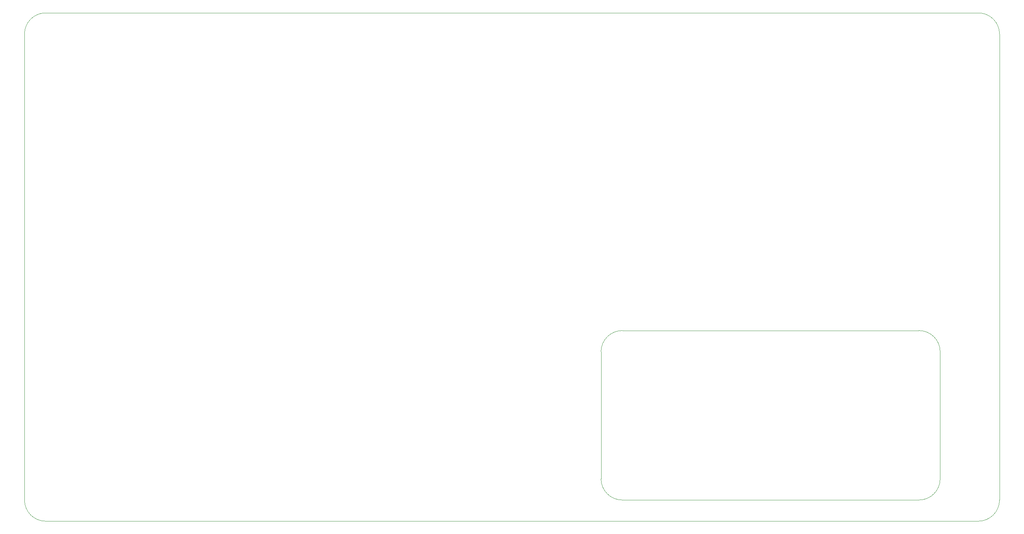
<source format=gm1>
%TF.GenerationSoftware,KiCad,Pcbnew,(6.0.5)*%
%TF.CreationDate,2022-08-30T07:27:48-07:00*%
%TF.ProjectId,chastity-device-rev2,63686173-7469-4747-992d-646576696365,rev?*%
%TF.SameCoordinates,Original*%
%TF.FileFunction,Profile,NP*%
%FSLAX46Y46*%
G04 Gerber Fmt 4.6, Leading zero omitted, Abs format (unit mm)*
G04 Created by KiCad (PCBNEW (6.0.5)) date 2022-08-30 07:27:48*
%MOMM*%
%LPD*%
G01*
G04 APERTURE LIST*
%TA.AperFunction,Profile*%
%ADD10C,0.050000*%
%TD*%
G04 APERTURE END LIST*
D10*
X25000000Y-30000000D02*
X245000000Y-30000000D01*
X250000000Y-35000000D02*
X250000000Y-145000000D01*
X245000000Y-150000000D02*
X25000000Y-150000000D01*
X20000000Y-145000000D02*
X20000000Y-35000000D01*
X25000000Y-30000000D02*
G75*
G03*
X20000000Y-35000000I0J-5000000D01*
G01*
X245000000Y-150000000D02*
G75*
G03*
X250000000Y-145000000I0J5000000D01*
G01*
X161000000Y-105000000D02*
X231000000Y-105000000D01*
X231000000Y-145000000D02*
X161000000Y-145000000D01*
X236000000Y-110000000D02*
X236000000Y-140000000D01*
X250000000Y-35000000D02*
G75*
G03*
X245000000Y-30000000I-5000000J0D01*
G01*
X236000000Y-110000000D02*
G75*
G03*
X231000000Y-105000000I-5000000J0D01*
G01*
X231000000Y-145000000D02*
G75*
G03*
X236000000Y-140000000I0J5000000D01*
G01*
X161000000Y-105000000D02*
G75*
G03*
X156000000Y-110000000I0J-5000000D01*
G01*
X20000000Y-145000000D02*
G75*
G03*
X25000000Y-150000000I5000000J0D01*
G01*
X156000000Y-140000000D02*
X156000000Y-110000000D01*
X156000000Y-140000000D02*
G75*
G03*
X161000000Y-145000000I5000000J0D01*
G01*
M02*

</source>
